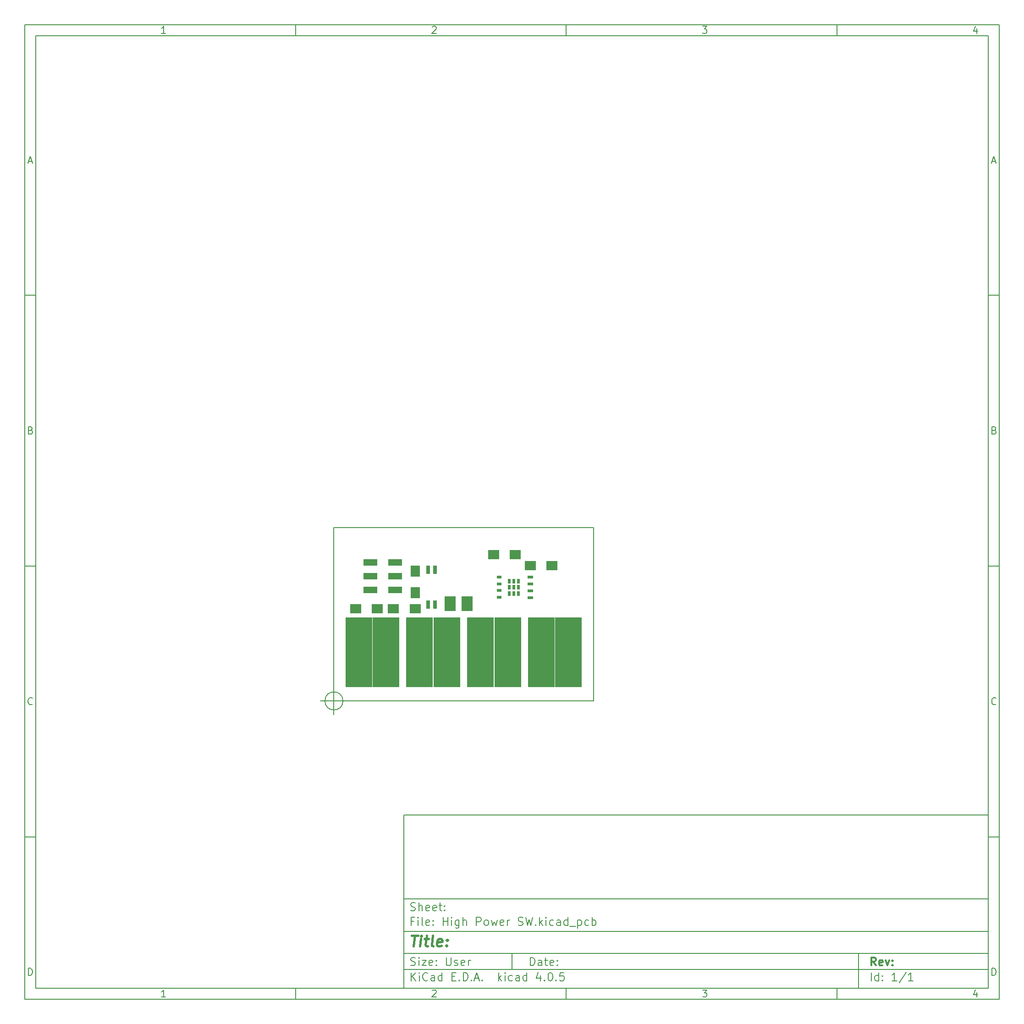
<source format=gbr>
G04 #@! TF.FileFunction,Paste,Top*
%FSLAX46Y46*%
G04 Gerber Fmt 4.6, Leading zero omitted, Abs format (unit mm)*
G04 Created by KiCad (PCBNEW 4.0.5) date 02/14/17 19:24:55*
%MOMM*%
%LPD*%
G01*
G04 APERTURE LIST*
%ADD10C,0.100000*%
%ADD11C,0.150000*%
%ADD12C,0.300000*%
%ADD13C,0.400000*%
%ADD14R,2.000000X1.700000*%
%ADD15R,0.750000X1.500000*%
%ADD16R,2.540000X1.270000*%
%ADD17R,1.700000X2.000000*%
%ADD18R,2.000000X2.700000*%
%ADD19R,0.600000X0.900000*%
%ADD20R,0.900000X0.600000*%
%ADD21R,1.050000X0.600000*%
%ADD22R,5.000000X5.000000*%
%ADD23R,5.000000X4.000000*%
G04 APERTURE END LIST*
D10*
D11*
X79999600Y-155999600D02*
X79999600Y-187999600D01*
X187999600Y-187999600D01*
X187999600Y-155999600D01*
X79999600Y-155999600D01*
D10*
D11*
X10000000Y-10000000D02*
X10000000Y-189999600D01*
X189999600Y-189999600D01*
X189999600Y-10000000D01*
X10000000Y-10000000D01*
D10*
D11*
X12000000Y-12000000D02*
X12000000Y-187999600D01*
X187999600Y-187999600D01*
X187999600Y-12000000D01*
X12000000Y-12000000D01*
D10*
D11*
X60000000Y-12000000D02*
X60000000Y-10000000D01*
D10*
D11*
X110000000Y-12000000D02*
X110000000Y-10000000D01*
D10*
D11*
X160000000Y-12000000D02*
X160000000Y-10000000D01*
D10*
D11*
X35990476Y-11588095D02*
X35247619Y-11588095D01*
X35619048Y-11588095D02*
X35619048Y-10288095D01*
X35495238Y-10473810D01*
X35371429Y-10597619D01*
X35247619Y-10659524D01*
D10*
D11*
X85247619Y-10411905D02*
X85309524Y-10350000D01*
X85433333Y-10288095D01*
X85742857Y-10288095D01*
X85866667Y-10350000D01*
X85928571Y-10411905D01*
X85990476Y-10535714D01*
X85990476Y-10659524D01*
X85928571Y-10845238D01*
X85185714Y-11588095D01*
X85990476Y-11588095D01*
D10*
D11*
X135185714Y-10288095D02*
X135990476Y-10288095D01*
X135557143Y-10783333D01*
X135742857Y-10783333D01*
X135866667Y-10845238D01*
X135928571Y-10907143D01*
X135990476Y-11030952D01*
X135990476Y-11340476D01*
X135928571Y-11464286D01*
X135866667Y-11526190D01*
X135742857Y-11588095D01*
X135371429Y-11588095D01*
X135247619Y-11526190D01*
X135185714Y-11464286D01*
D10*
D11*
X185866667Y-10721429D02*
X185866667Y-11588095D01*
X185557143Y-10226190D02*
X185247619Y-11154762D01*
X186052381Y-11154762D01*
D10*
D11*
X60000000Y-187999600D02*
X60000000Y-189999600D01*
D10*
D11*
X110000000Y-187999600D02*
X110000000Y-189999600D01*
D10*
D11*
X160000000Y-187999600D02*
X160000000Y-189999600D01*
D10*
D11*
X35990476Y-189587695D02*
X35247619Y-189587695D01*
X35619048Y-189587695D02*
X35619048Y-188287695D01*
X35495238Y-188473410D01*
X35371429Y-188597219D01*
X35247619Y-188659124D01*
D10*
D11*
X85247619Y-188411505D02*
X85309524Y-188349600D01*
X85433333Y-188287695D01*
X85742857Y-188287695D01*
X85866667Y-188349600D01*
X85928571Y-188411505D01*
X85990476Y-188535314D01*
X85990476Y-188659124D01*
X85928571Y-188844838D01*
X85185714Y-189587695D01*
X85990476Y-189587695D01*
D10*
D11*
X135185714Y-188287695D02*
X135990476Y-188287695D01*
X135557143Y-188782933D01*
X135742857Y-188782933D01*
X135866667Y-188844838D01*
X135928571Y-188906743D01*
X135990476Y-189030552D01*
X135990476Y-189340076D01*
X135928571Y-189463886D01*
X135866667Y-189525790D01*
X135742857Y-189587695D01*
X135371429Y-189587695D01*
X135247619Y-189525790D01*
X135185714Y-189463886D01*
D10*
D11*
X185866667Y-188721029D02*
X185866667Y-189587695D01*
X185557143Y-188225790D02*
X185247619Y-189154362D01*
X186052381Y-189154362D01*
D10*
D11*
X10000000Y-60000000D02*
X12000000Y-60000000D01*
D10*
D11*
X10000000Y-110000000D02*
X12000000Y-110000000D01*
D10*
D11*
X10000000Y-160000000D02*
X12000000Y-160000000D01*
D10*
D11*
X10690476Y-35216667D02*
X11309524Y-35216667D01*
X10566667Y-35588095D02*
X11000000Y-34288095D01*
X11433333Y-35588095D01*
D10*
D11*
X11092857Y-84907143D02*
X11278571Y-84969048D01*
X11340476Y-85030952D01*
X11402381Y-85154762D01*
X11402381Y-85340476D01*
X11340476Y-85464286D01*
X11278571Y-85526190D01*
X11154762Y-85588095D01*
X10659524Y-85588095D01*
X10659524Y-84288095D01*
X11092857Y-84288095D01*
X11216667Y-84350000D01*
X11278571Y-84411905D01*
X11340476Y-84535714D01*
X11340476Y-84659524D01*
X11278571Y-84783333D01*
X11216667Y-84845238D01*
X11092857Y-84907143D01*
X10659524Y-84907143D01*
D10*
D11*
X11402381Y-135464286D02*
X11340476Y-135526190D01*
X11154762Y-135588095D01*
X11030952Y-135588095D01*
X10845238Y-135526190D01*
X10721429Y-135402381D01*
X10659524Y-135278571D01*
X10597619Y-135030952D01*
X10597619Y-134845238D01*
X10659524Y-134597619D01*
X10721429Y-134473810D01*
X10845238Y-134350000D01*
X11030952Y-134288095D01*
X11154762Y-134288095D01*
X11340476Y-134350000D01*
X11402381Y-134411905D01*
D10*
D11*
X10659524Y-185588095D02*
X10659524Y-184288095D01*
X10969048Y-184288095D01*
X11154762Y-184350000D01*
X11278571Y-184473810D01*
X11340476Y-184597619D01*
X11402381Y-184845238D01*
X11402381Y-185030952D01*
X11340476Y-185278571D01*
X11278571Y-185402381D01*
X11154762Y-185526190D01*
X10969048Y-185588095D01*
X10659524Y-185588095D01*
D10*
D11*
X189999600Y-60000000D02*
X187999600Y-60000000D01*
D10*
D11*
X189999600Y-110000000D02*
X187999600Y-110000000D01*
D10*
D11*
X189999600Y-160000000D02*
X187999600Y-160000000D01*
D10*
D11*
X188690076Y-35216667D02*
X189309124Y-35216667D01*
X188566267Y-35588095D02*
X188999600Y-34288095D01*
X189432933Y-35588095D01*
D10*
D11*
X189092457Y-84907143D02*
X189278171Y-84969048D01*
X189340076Y-85030952D01*
X189401981Y-85154762D01*
X189401981Y-85340476D01*
X189340076Y-85464286D01*
X189278171Y-85526190D01*
X189154362Y-85588095D01*
X188659124Y-85588095D01*
X188659124Y-84288095D01*
X189092457Y-84288095D01*
X189216267Y-84350000D01*
X189278171Y-84411905D01*
X189340076Y-84535714D01*
X189340076Y-84659524D01*
X189278171Y-84783333D01*
X189216267Y-84845238D01*
X189092457Y-84907143D01*
X188659124Y-84907143D01*
D10*
D11*
X189401981Y-135464286D02*
X189340076Y-135526190D01*
X189154362Y-135588095D01*
X189030552Y-135588095D01*
X188844838Y-135526190D01*
X188721029Y-135402381D01*
X188659124Y-135278571D01*
X188597219Y-135030952D01*
X188597219Y-134845238D01*
X188659124Y-134597619D01*
X188721029Y-134473810D01*
X188844838Y-134350000D01*
X189030552Y-134288095D01*
X189154362Y-134288095D01*
X189340076Y-134350000D01*
X189401981Y-134411905D01*
D10*
D11*
X188659124Y-185588095D02*
X188659124Y-184288095D01*
X188968648Y-184288095D01*
X189154362Y-184350000D01*
X189278171Y-184473810D01*
X189340076Y-184597619D01*
X189401981Y-184845238D01*
X189401981Y-185030952D01*
X189340076Y-185278571D01*
X189278171Y-185402381D01*
X189154362Y-185526190D01*
X188968648Y-185588095D01*
X188659124Y-185588095D01*
D10*
D11*
X103356743Y-183778171D02*
X103356743Y-182278171D01*
X103713886Y-182278171D01*
X103928171Y-182349600D01*
X104071029Y-182492457D01*
X104142457Y-182635314D01*
X104213886Y-182921029D01*
X104213886Y-183135314D01*
X104142457Y-183421029D01*
X104071029Y-183563886D01*
X103928171Y-183706743D01*
X103713886Y-183778171D01*
X103356743Y-183778171D01*
X105499600Y-183778171D02*
X105499600Y-182992457D01*
X105428171Y-182849600D01*
X105285314Y-182778171D01*
X104999600Y-182778171D01*
X104856743Y-182849600D01*
X105499600Y-183706743D02*
X105356743Y-183778171D01*
X104999600Y-183778171D01*
X104856743Y-183706743D01*
X104785314Y-183563886D01*
X104785314Y-183421029D01*
X104856743Y-183278171D01*
X104999600Y-183206743D01*
X105356743Y-183206743D01*
X105499600Y-183135314D01*
X105999600Y-182778171D02*
X106571029Y-182778171D01*
X106213886Y-182278171D02*
X106213886Y-183563886D01*
X106285314Y-183706743D01*
X106428172Y-183778171D01*
X106571029Y-183778171D01*
X107642457Y-183706743D02*
X107499600Y-183778171D01*
X107213886Y-183778171D01*
X107071029Y-183706743D01*
X106999600Y-183563886D01*
X106999600Y-182992457D01*
X107071029Y-182849600D01*
X107213886Y-182778171D01*
X107499600Y-182778171D01*
X107642457Y-182849600D01*
X107713886Y-182992457D01*
X107713886Y-183135314D01*
X106999600Y-183278171D01*
X108356743Y-183635314D02*
X108428171Y-183706743D01*
X108356743Y-183778171D01*
X108285314Y-183706743D01*
X108356743Y-183635314D01*
X108356743Y-183778171D01*
X108356743Y-182849600D02*
X108428171Y-182921029D01*
X108356743Y-182992457D01*
X108285314Y-182921029D01*
X108356743Y-182849600D01*
X108356743Y-182992457D01*
D10*
D11*
X79999600Y-184499600D02*
X187999600Y-184499600D01*
D10*
D11*
X81356743Y-186578171D02*
X81356743Y-185078171D01*
X82213886Y-186578171D02*
X81571029Y-185721029D01*
X82213886Y-185078171D02*
X81356743Y-185935314D01*
X82856743Y-186578171D02*
X82856743Y-185578171D01*
X82856743Y-185078171D02*
X82785314Y-185149600D01*
X82856743Y-185221029D01*
X82928171Y-185149600D01*
X82856743Y-185078171D01*
X82856743Y-185221029D01*
X84428172Y-186435314D02*
X84356743Y-186506743D01*
X84142457Y-186578171D01*
X83999600Y-186578171D01*
X83785315Y-186506743D01*
X83642457Y-186363886D01*
X83571029Y-186221029D01*
X83499600Y-185935314D01*
X83499600Y-185721029D01*
X83571029Y-185435314D01*
X83642457Y-185292457D01*
X83785315Y-185149600D01*
X83999600Y-185078171D01*
X84142457Y-185078171D01*
X84356743Y-185149600D01*
X84428172Y-185221029D01*
X85713886Y-186578171D02*
X85713886Y-185792457D01*
X85642457Y-185649600D01*
X85499600Y-185578171D01*
X85213886Y-185578171D01*
X85071029Y-185649600D01*
X85713886Y-186506743D02*
X85571029Y-186578171D01*
X85213886Y-186578171D01*
X85071029Y-186506743D01*
X84999600Y-186363886D01*
X84999600Y-186221029D01*
X85071029Y-186078171D01*
X85213886Y-186006743D01*
X85571029Y-186006743D01*
X85713886Y-185935314D01*
X87071029Y-186578171D02*
X87071029Y-185078171D01*
X87071029Y-186506743D02*
X86928172Y-186578171D01*
X86642458Y-186578171D01*
X86499600Y-186506743D01*
X86428172Y-186435314D01*
X86356743Y-186292457D01*
X86356743Y-185863886D01*
X86428172Y-185721029D01*
X86499600Y-185649600D01*
X86642458Y-185578171D01*
X86928172Y-185578171D01*
X87071029Y-185649600D01*
X88928172Y-185792457D02*
X89428172Y-185792457D01*
X89642458Y-186578171D02*
X88928172Y-186578171D01*
X88928172Y-185078171D01*
X89642458Y-185078171D01*
X90285315Y-186435314D02*
X90356743Y-186506743D01*
X90285315Y-186578171D01*
X90213886Y-186506743D01*
X90285315Y-186435314D01*
X90285315Y-186578171D01*
X90999601Y-186578171D02*
X90999601Y-185078171D01*
X91356744Y-185078171D01*
X91571029Y-185149600D01*
X91713887Y-185292457D01*
X91785315Y-185435314D01*
X91856744Y-185721029D01*
X91856744Y-185935314D01*
X91785315Y-186221029D01*
X91713887Y-186363886D01*
X91571029Y-186506743D01*
X91356744Y-186578171D01*
X90999601Y-186578171D01*
X92499601Y-186435314D02*
X92571029Y-186506743D01*
X92499601Y-186578171D01*
X92428172Y-186506743D01*
X92499601Y-186435314D01*
X92499601Y-186578171D01*
X93142458Y-186149600D02*
X93856744Y-186149600D01*
X92999601Y-186578171D02*
X93499601Y-185078171D01*
X93999601Y-186578171D01*
X94499601Y-186435314D02*
X94571029Y-186506743D01*
X94499601Y-186578171D01*
X94428172Y-186506743D01*
X94499601Y-186435314D01*
X94499601Y-186578171D01*
X97499601Y-186578171D02*
X97499601Y-185078171D01*
X97642458Y-186006743D02*
X98071029Y-186578171D01*
X98071029Y-185578171D02*
X97499601Y-186149600D01*
X98713887Y-186578171D02*
X98713887Y-185578171D01*
X98713887Y-185078171D02*
X98642458Y-185149600D01*
X98713887Y-185221029D01*
X98785315Y-185149600D01*
X98713887Y-185078171D01*
X98713887Y-185221029D01*
X100071030Y-186506743D02*
X99928173Y-186578171D01*
X99642459Y-186578171D01*
X99499601Y-186506743D01*
X99428173Y-186435314D01*
X99356744Y-186292457D01*
X99356744Y-185863886D01*
X99428173Y-185721029D01*
X99499601Y-185649600D01*
X99642459Y-185578171D01*
X99928173Y-185578171D01*
X100071030Y-185649600D01*
X101356744Y-186578171D02*
X101356744Y-185792457D01*
X101285315Y-185649600D01*
X101142458Y-185578171D01*
X100856744Y-185578171D01*
X100713887Y-185649600D01*
X101356744Y-186506743D02*
X101213887Y-186578171D01*
X100856744Y-186578171D01*
X100713887Y-186506743D01*
X100642458Y-186363886D01*
X100642458Y-186221029D01*
X100713887Y-186078171D01*
X100856744Y-186006743D01*
X101213887Y-186006743D01*
X101356744Y-185935314D01*
X102713887Y-186578171D02*
X102713887Y-185078171D01*
X102713887Y-186506743D02*
X102571030Y-186578171D01*
X102285316Y-186578171D01*
X102142458Y-186506743D01*
X102071030Y-186435314D01*
X101999601Y-186292457D01*
X101999601Y-185863886D01*
X102071030Y-185721029D01*
X102142458Y-185649600D01*
X102285316Y-185578171D01*
X102571030Y-185578171D01*
X102713887Y-185649600D01*
X105213887Y-185578171D02*
X105213887Y-186578171D01*
X104856744Y-185006743D02*
X104499601Y-186078171D01*
X105428173Y-186078171D01*
X105999601Y-186435314D02*
X106071029Y-186506743D01*
X105999601Y-186578171D01*
X105928172Y-186506743D01*
X105999601Y-186435314D01*
X105999601Y-186578171D01*
X106999601Y-185078171D02*
X107142458Y-185078171D01*
X107285315Y-185149600D01*
X107356744Y-185221029D01*
X107428173Y-185363886D01*
X107499601Y-185649600D01*
X107499601Y-186006743D01*
X107428173Y-186292457D01*
X107356744Y-186435314D01*
X107285315Y-186506743D01*
X107142458Y-186578171D01*
X106999601Y-186578171D01*
X106856744Y-186506743D01*
X106785315Y-186435314D01*
X106713887Y-186292457D01*
X106642458Y-186006743D01*
X106642458Y-185649600D01*
X106713887Y-185363886D01*
X106785315Y-185221029D01*
X106856744Y-185149600D01*
X106999601Y-185078171D01*
X108142458Y-186435314D02*
X108213886Y-186506743D01*
X108142458Y-186578171D01*
X108071029Y-186506743D01*
X108142458Y-186435314D01*
X108142458Y-186578171D01*
X109571030Y-185078171D02*
X108856744Y-185078171D01*
X108785315Y-185792457D01*
X108856744Y-185721029D01*
X108999601Y-185649600D01*
X109356744Y-185649600D01*
X109499601Y-185721029D01*
X109571030Y-185792457D01*
X109642458Y-185935314D01*
X109642458Y-186292457D01*
X109571030Y-186435314D01*
X109499601Y-186506743D01*
X109356744Y-186578171D01*
X108999601Y-186578171D01*
X108856744Y-186506743D01*
X108785315Y-186435314D01*
D10*
D11*
X79999600Y-181499600D02*
X187999600Y-181499600D01*
D10*
D12*
X167213886Y-183778171D02*
X166713886Y-183063886D01*
X166356743Y-183778171D02*
X166356743Y-182278171D01*
X166928171Y-182278171D01*
X167071029Y-182349600D01*
X167142457Y-182421029D01*
X167213886Y-182563886D01*
X167213886Y-182778171D01*
X167142457Y-182921029D01*
X167071029Y-182992457D01*
X166928171Y-183063886D01*
X166356743Y-183063886D01*
X168428171Y-183706743D02*
X168285314Y-183778171D01*
X167999600Y-183778171D01*
X167856743Y-183706743D01*
X167785314Y-183563886D01*
X167785314Y-182992457D01*
X167856743Y-182849600D01*
X167999600Y-182778171D01*
X168285314Y-182778171D01*
X168428171Y-182849600D01*
X168499600Y-182992457D01*
X168499600Y-183135314D01*
X167785314Y-183278171D01*
X168999600Y-182778171D02*
X169356743Y-183778171D01*
X169713885Y-182778171D01*
X170285314Y-183635314D02*
X170356742Y-183706743D01*
X170285314Y-183778171D01*
X170213885Y-183706743D01*
X170285314Y-183635314D01*
X170285314Y-183778171D01*
X170285314Y-182849600D02*
X170356742Y-182921029D01*
X170285314Y-182992457D01*
X170213885Y-182921029D01*
X170285314Y-182849600D01*
X170285314Y-182992457D01*
D10*
D11*
X81285314Y-183706743D02*
X81499600Y-183778171D01*
X81856743Y-183778171D01*
X81999600Y-183706743D01*
X82071029Y-183635314D01*
X82142457Y-183492457D01*
X82142457Y-183349600D01*
X82071029Y-183206743D01*
X81999600Y-183135314D01*
X81856743Y-183063886D01*
X81571029Y-182992457D01*
X81428171Y-182921029D01*
X81356743Y-182849600D01*
X81285314Y-182706743D01*
X81285314Y-182563886D01*
X81356743Y-182421029D01*
X81428171Y-182349600D01*
X81571029Y-182278171D01*
X81928171Y-182278171D01*
X82142457Y-182349600D01*
X82785314Y-183778171D02*
X82785314Y-182778171D01*
X82785314Y-182278171D02*
X82713885Y-182349600D01*
X82785314Y-182421029D01*
X82856742Y-182349600D01*
X82785314Y-182278171D01*
X82785314Y-182421029D01*
X83356743Y-182778171D02*
X84142457Y-182778171D01*
X83356743Y-183778171D01*
X84142457Y-183778171D01*
X85285314Y-183706743D02*
X85142457Y-183778171D01*
X84856743Y-183778171D01*
X84713886Y-183706743D01*
X84642457Y-183563886D01*
X84642457Y-182992457D01*
X84713886Y-182849600D01*
X84856743Y-182778171D01*
X85142457Y-182778171D01*
X85285314Y-182849600D01*
X85356743Y-182992457D01*
X85356743Y-183135314D01*
X84642457Y-183278171D01*
X85999600Y-183635314D02*
X86071028Y-183706743D01*
X85999600Y-183778171D01*
X85928171Y-183706743D01*
X85999600Y-183635314D01*
X85999600Y-183778171D01*
X85999600Y-182849600D02*
X86071028Y-182921029D01*
X85999600Y-182992457D01*
X85928171Y-182921029D01*
X85999600Y-182849600D01*
X85999600Y-182992457D01*
X87856743Y-182278171D02*
X87856743Y-183492457D01*
X87928171Y-183635314D01*
X87999600Y-183706743D01*
X88142457Y-183778171D01*
X88428171Y-183778171D01*
X88571029Y-183706743D01*
X88642457Y-183635314D01*
X88713886Y-183492457D01*
X88713886Y-182278171D01*
X89356743Y-183706743D02*
X89499600Y-183778171D01*
X89785315Y-183778171D01*
X89928172Y-183706743D01*
X89999600Y-183563886D01*
X89999600Y-183492457D01*
X89928172Y-183349600D01*
X89785315Y-183278171D01*
X89571029Y-183278171D01*
X89428172Y-183206743D01*
X89356743Y-183063886D01*
X89356743Y-182992457D01*
X89428172Y-182849600D01*
X89571029Y-182778171D01*
X89785315Y-182778171D01*
X89928172Y-182849600D01*
X91213886Y-183706743D02*
X91071029Y-183778171D01*
X90785315Y-183778171D01*
X90642458Y-183706743D01*
X90571029Y-183563886D01*
X90571029Y-182992457D01*
X90642458Y-182849600D01*
X90785315Y-182778171D01*
X91071029Y-182778171D01*
X91213886Y-182849600D01*
X91285315Y-182992457D01*
X91285315Y-183135314D01*
X90571029Y-183278171D01*
X91928172Y-183778171D02*
X91928172Y-182778171D01*
X91928172Y-183063886D02*
X91999600Y-182921029D01*
X92071029Y-182849600D01*
X92213886Y-182778171D01*
X92356743Y-182778171D01*
D10*
D11*
X166356743Y-186578171D02*
X166356743Y-185078171D01*
X167713886Y-186578171D02*
X167713886Y-185078171D01*
X167713886Y-186506743D02*
X167571029Y-186578171D01*
X167285315Y-186578171D01*
X167142457Y-186506743D01*
X167071029Y-186435314D01*
X166999600Y-186292457D01*
X166999600Y-185863886D01*
X167071029Y-185721029D01*
X167142457Y-185649600D01*
X167285315Y-185578171D01*
X167571029Y-185578171D01*
X167713886Y-185649600D01*
X168428172Y-186435314D02*
X168499600Y-186506743D01*
X168428172Y-186578171D01*
X168356743Y-186506743D01*
X168428172Y-186435314D01*
X168428172Y-186578171D01*
X168428172Y-185649600D02*
X168499600Y-185721029D01*
X168428172Y-185792457D01*
X168356743Y-185721029D01*
X168428172Y-185649600D01*
X168428172Y-185792457D01*
X171071029Y-186578171D02*
X170213886Y-186578171D01*
X170642458Y-186578171D02*
X170642458Y-185078171D01*
X170499601Y-185292457D01*
X170356743Y-185435314D01*
X170213886Y-185506743D01*
X172785314Y-185006743D02*
X171499600Y-186935314D01*
X174071029Y-186578171D02*
X173213886Y-186578171D01*
X173642458Y-186578171D02*
X173642458Y-185078171D01*
X173499601Y-185292457D01*
X173356743Y-185435314D01*
X173213886Y-185506743D01*
D10*
D11*
X79999600Y-177499600D02*
X187999600Y-177499600D01*
D10*
D13*
X81451981Y-178204362D02*
X82594838Y-178204362D01*
X81773410Y-180204362D02*
X82023410Y-178204362D01*
X83011505Y-180204362D02*
X83178171Y-178871029D01*
X83261505Y-178204362D02*
X83154362Y-178299600D01*
X83237695Y-178394838D01*
X83344839Y-178299600D01*
X83261505Y-178204362D01*
X83237695Y-178394838D01*
X83844838Y-178871029D02*
X84606743Y-178871029D01*
X84213886Y-178204362D02*
X83999600Y-179918648D01*
X84071030Y-180109124D01*
X84249601Y-180204362D01*
X84440077Y-180204362D01*
X85392458Y-180204362D02*
X85213887Y-180109124D01*
X85142457Y-179918648D01*
X85356743Y-178204362D01*
X86928172Y-180109124D02*
X86725791Y-180204362D01*
X86344839Y-180204362D01*
X86166267Y-180109124D01*
X86094838Y-179918648D01*
X86190076Y-179156743D01*
X86309124Y-178966267D01*
X86511505Y-178871029D01*
X86892457Y-178871029D01*
X87071029Y-178966267D01*
X87142457Y-179156743D01*
X87118648Y-179347219D01*
X86142457Y-179537695D01*
X87892457Y-180013886D02*
X87975792Y-180109124D01*
X87868648Y-180204362D01*
X87785315Y-180109124D01*
X87892457Y-180013886D01*
X87868648Y-180204362D01*
X88023410Y-178966267D02*
X88106744Y-179061505D01*
X87999600Y-179156743D01*
X87916267Y-179061505D01*
X88023410Y-178966267D01*
X87999600Y-179156743D01*
D10*
D11*
X81856743Y-175592457D02*
X81356743Y-175592457D01*
X81356743Y-176378171D02*
X81356743Y-174878171D01*
X82071029Y-174878171D01*
X82642457Y-176378171D02*
X82642457Y-175378171D01*
X82642457Y-174878171D02*
X82571028Y-174949600D01*
X82642457Y-175021029D01*
X82713885Y-174949600D01*
X82642457Y-174878171D01*
X82642457Y-175021029D01*
X83571029Y-176378171D02*
X83428171Y-176306743D01*
X83356743Y-176163886D01*
X83356743Y-174878171D01*
X84713885Y-176306743D02*
X84571028Y-176378171D01*
X84285314Y-176378171D01*
X84142457Y-176306743D01*
X84071028Y-176163886D01*
X84071028Y-175592457D01*
X84142457Y-175449600D01*
X84285314Y-175378171D01*
X84571028Y-175378171D01*
X84713885Y-175449600D01*
X84785314Y-175592457D01*
X84785314Y-175735314D01*
X84071028Y-175878171D01*
X85428171Y-176235314D02*
X85499599Y-176306743D01*
X85428171Y-176378171D01*
X85356742Y-176306743D01*
X85428171Y-176235314D01*
X85428171Y-176378171D01*
X85428171Y-175449600D02*
X85499599Y-175521029D01*
X85428171Y-175592457D01*
X85356742Y-175521029D01*
X85428171Y-175449600D01*
X85428171Y-175592457D01*
X87285314Y-176378171D02*
X87285314Y-174878171D01*
X87285314Y-175592457D02*
X88142457Y-175592457D01*
X88142457Y-176378171D02*
X88142457Y-174878171D01*
X88856743Y-176378171D02*
X88856743Y-175378171D01*
X88856743Y-174878171D02*
X88785314Y-174949600D01*
X88856743Y-175021029D01*
X88928171Y-174949600D01*
X88856743Y-174878171D01*
X88856743Y-175021029D01*
X90213886Y-175378171D02*
X90213886Y-176592457D01*
X90142457Y-176735314D01*
X90071029Y-176806743D01*
X89928172Y-176878171D01*
X89713886Y-176878171D01*
X89571029Y-176806743D01*
X90213886Y-176306743D02*
X90071029Y-176378171D01*
X89785315Y-176378171D01*
X89642457Y-176306743D01*
X89571029Y-176235314D01*
X89499600Y-176092457D01*
X89499600Y-175663886D01*
X89571029Y-175521029D01*
X89642457Y-175449600D01*
X89785315Y-175378171D01*
X90071029Y-175378171D01*
X90213886Y-175449600D01*
X90928172Y-176378171D02*
X90928172Y-174878171D01*
X91571029Y-176378171D02*
X91571029Y-175592457D01*
X91499600Y-175449600D01*
X91356743Y-175378171D01*
X91142458Y-175378171D01*
X90999600Y-175449600D01*
X90928172Y-175521029D01*
X93428172Y-176378171D02*
X93428172Y-174878171D01*
X93999600Y-174878171D01*
X94142458Y-174949600D01*
X94213886Y-175021029D01*
X94285315Y-175163886D01*
X94285315Y-175378171D01*
X94213886Y-175521029D01*
X94142458Y-175592457D01*
X93999600Y-175663886D01*
X93428172Y-175663886D01*
X95142458Y-176378171D02*
X94999600Y-176306743D01*
X94928172Y-176235314D01*
X94856743Y-176092457D01*
X94856743Y-175663886D01*
X94928172Y-175521029D01*
X94999600Y-175449600D01*
X95142458Y-175378171D01*
X95356743Y-175378171D01*
X95499600Y-175449600D01*
X95571029Y-175521029D01*
X95642458Y-175663886D01*
X95642458Y-176092457D01*
X95571029Y-176235314D01*
X95499600Y-176306743D01*
X95356743Y-176378171D01*
X95142458Y-176378171D01*
X96142458Y-175378171D02*
X96428172Y-176378171D01*
X96713886Y-175663886D01*
X96999601Y-176378171D01*
X97285315Y-175378171D01*
X98428172Y-176306743D02*
X98285315Y-176378171D01*
X97999601Y-176378171D01*
X97856744Y-176306743D01*
X97785315Y-176163886D01*
X97785315Y-175592457D01*
X97856744Y-175449600D01*
X97999601Y-175378171D01*
X98285315Y-175378171D01*
X98428172Y-175449600D01*
X98499601Y-175592457D01*
X98499601Y-175735314D01*
X97785315Y-175878171D01*
X99142458Y-176378171D02*
X99142458Y-175378171D01*
X99142458Y-175663886D02*
X99213886Y-175521029D01*
X99285315Y-175449600D01*
X99428172Y-175378171D01*
X99571029Y-175378171D01*
X101142457Y-176306743D02*
X101356743Y-176378171D01*
X101713886Y-176378171D01*
X101856743Y-176306743D01*
X101928172Y-176235314D01*
X101999600Y-176092457D01*
X101999600Y-175949600D01*
X101928172Y-175806743D01*
X101856743Y-175735314D01*
X101713886Y-175663886D01*
X101428172Y-175592457D01*
X101285314Y-175521029D01*
X101213886Y-175449600D01*
X101142457Y-175306743D01*
X101142457Y-175163886D01*
X101213886Y-175021029D01*
X101285314Y-174949600D01*
X101428172Y-174878171D01*
X101785314Y-174878171D01*
X101999600Y-174949600D01*
X102499600Y-174878171D02*
X102856743Y-176378171D01*
X103142457Y-175306743D01*
X103428171Y-176378171D01*
X103785314Y-174878171D01*
X104356743Y-176235314D02*
X104428171Y-176306743D01*
X104356743Y-176378171D01*
X104285314Y-176306743D01*
X104356743Y-176235314D01*
X104356743Y-176378171D01*
X105071029Y-176378171D02*
X105071029Y-174878171D01*
X105213886Y-175806743D02*
X105642457Y-176378171D01*
X105642457Y-175378171D02*
X105071029Y-175949600D01*
X106285315Y-176378171D02*
X106285315Y-175378171D01*
X106285315Y-174878171D02*
X106213886Y-174949600D01*
X106285315Y-175021029D01*
X106356743Y-174949600D01*
X106285315Y-174878171D01*
X106285315Y-175021029D01*
X107642458Y-176306743D02*
X107499601Y-176378171D01*
X107213887Y-176378171D01*
X107071029Y-176306743D01*
X106999601Y-176235314D01*
X106928172Y-176092457D01*
X106928172Y-175663886D01*
X106999601Y-175521029D01*
X107071029Y-175449600D01*
X107213887Y-175378171D01*
X107499601Y-175378171D01*
X107642458Y-175449600D01*
X108928172Y-176378171D02*
X108928172Y-175592457D01*
X108856743Y-175449600D01*
X108713886Y-175378171D01*
X108428172Y-175378171D01*
X108285315Y-175449600D01*
X108928172Y-176306743D02*
X108785315Y-176378171D01*
X108428172Y-176378171D01*
X108285315Y-176306743D01*
X108213886Y-176163886D01*
X108213886Y-176021029D01*
X108285315Y-175878171D01*
X108428172Y-175806743D01*
X108785315Y-175806743D01*
X108928172Y-175735314D01*
X110285315Y-176378171D02*
X110285315Y-174878171D01*
X110285315Y-176306743D02*
X110142458Y-176378171D01*
X109856744Y-176378171D01*
X109713886Y-176306743D01*
X109642458Y-176235314D01*
X109571029Y-176092457D01*
X109571029Y-175663886D01*
X109642458Y-175521029D01*
X109713886Y-175449600D01*
X109856744Y-175378171D01*
X110142458Y-175378171D01*
X110285315Y-175449600D01*
X110642458Y-176521029D02*
X111785315Y-176521029D01*
X112142458Y-175378171D02*
X112142458Y-176878171D01*
X112142458Y-175449600D02*
X112285315Y-175378171D01*
X112571029Y-175378171D01*
X112713886Y-175449600D01*
X112785315Y-175521029D01*
X112856744Y-175663886D01*
X112856744Y-176092457D01*
X112785315Y-176235314D01*
X112713886Y-176306743D01*
X112571029Y-176378171D01*
X112285315Y-176378171D01*
X112142458Y-176306743D01*
X114142458Y-176306743D02*
X113999601Y-176378171D01*
X113713887Y-176378171D01*
X113571029Y-176306743D01*
X113499601Y-176235314D01*
X113428172Y-176092457D01*
X113428172Y-175663886D01*
X113499601Y-175521029D01*
X113571029Y-175449600D01*
X113713887Y-175378171D01*
X113999601Y-175378171D01*
X114142458Y-175449600D01*
X114785315Y-176378171D02*
X114785315Y-174878171D01*
X114785315Y-175449600D02*
X114928172Y-175378171D01*
X115213886Y-175378171D01*
X115356743Y-175449600D01*
X115428172Y-175521029D01*
X115499601Y-175663886D01*
X115499601Y-176092457D01*
X115428172Y-176235314D01*
X115356743Y-176306743D01*
X115213886Y-176378171D01*
X114928172Y-176378171D01*
X114785315Y-176306743D01*
D10*
D11*
X79999600Y-171499600D02*
X187999600Y-171499600D01*
D10*
D11*
X81285314Y-173606743D02*
X81499600Y-173678171D01*
X81856743Y-173678171D01*
X81999600Y-173606743D01*
X82071029Y-173535314D01*
X82142457Y-173392457D01*
X82142457Y-173249600D01*
X82071029Y-173106743D01*
X81999600Y-173035314D01*
X81856743Y-172963886D01*
X81571029Y-172892457D01*
X81428171Y-172821029D01*
X81356743Y-172749600D01*
X81285314Y-172606743D01*
X81285314Y-172463886D01*
X81356743Y-172321029D01*
X81428171Y-172249600D01*
X81571029Y-172178171D01*
X81928171Y-172178171D01*
X82142457Y-172249600D01*
X82785314Y-173678171D02*
X82785314Y-172178171D01*
X83428171Y-173678171D02*
X83428171Y-172892457D01*
X83356742Y-172749600D01*
X83213885Y-172678171D01*
X82999600Y-172678171D01*
X82856742Y-172749600D01*
X82785314Y-172821029D01*
X84713885Y-173606743D02*
X84571028Y-173678171D01*
X84285314Y-173678171D01*
X84142457Y-173606743D01*
X84071028Y-173463886D01*
X84071028Y-172892457D01*
X84142457Y-172749600D01*
X84285314Y-172678171D01*
X84571028Y-172678171D01*
X84713885Y-172749600D01*
X84785314Y-172892457D01*
X84785314Y-173035314D01*
X84071028Y-173178171D01*
X85999599Y-173606743D02*
X85856742Y-173678171D01*
X85571028Y-173678171D01*
X85428171Y-173606743D01*
X85356742Y-173463886D01*
X85356742Y-172892457D01*
X85428171Y-172749600D01*
X85571028Y-172678171D01*
X85856742Y-172678171D01*
X85999599Y-172749600D01*
X86071028Y-172892457D01*
X86071028Y-173035314D01*
X85356742Y-173178171D01*
X86499599Y-172678171D02*
X87071028Y-172678171D01*
X86713885Y-172178171D02*
X86713885Y-173463886D01*
X86785313Y-173606743D01*
X86928171Y-173678171D01*
X87071028Y-173678171D01*
X87571028Y-173535314D02*
X87642456Y-173606743D01*
X87571028Y-173678171D01*
X87499599Y-173606743D01*
X87571028Y-173535314D01*
X87571028Y-173678171D01*
X87571028Y-172749600D02*
X87642456Y-172821029D01*
X87571028Y-172892457D01*
X87499599Y-172821029D01*
X87571028Y-172749600D01*
X87571028Y-172892457D01*
D10*
D11*
X99999600Y-181499600D02*
X99999600Y-184499600D01*
D10*
D11*
X163999600Y-181499600D02*
X163999600Y-187999600D01*
X67100000Y-102900000D02*
X67100000Y-134900000D01*
X115100000Y-102900000D02*
X67100000Y-102900000D01*
X115100000Y-134900000D02*
X115100000Y-102900000D01*
X68766666Y-134900000D02*
G75*
G03X68766666Y-134900000I-1666666J0D01*
G01*
X64600000Y-134900000D02*
X69600000Y-134900000D01*
X67100000Y-132400000D02*
X67100000Y-137400000D01*
X115100000Y-134900000D02*
X67100000Y-134900000D01*
X68766666Y-134900000D02*
G75*
G03X68766666Y-134900000I-1666666J0D01*
G01*
X64600000Y-134900000D02*
X69600000Y-134900000D01*
X67100000Y-132400000D02*
X67100000Y-137400000D01*
D14*
X78100000Y-117900000D03*
X82100000Y-117900000D03*
X96600000Y-107900000D03*
X100600000Y-107900000D03*
X103350000Y-109900000D03*
X107350000Y-109900000D03*
X75100000Y-117900000D03*
X71100000Y-117900000D03*
D15*
X85770000Y-110650000D03*
X84500000Y-110650000D03*
X84500000Y-117150000D03*
X85770000Y-117150000D03*
D16*
X73830000Y-114440000D03*
X78370000Y-114440000D03*
X78370000Y-111900000D03*
X73830000Y-111900000D03*
X73830000Y-109360000D03*
X78370000Y-109360000D03*
D17*
X82100000Y-110900000D03*
X82100000Y-114900000D03*
D18*
X91700000Y-116900000D03*
X88600000Y-116900000D03*
D19*
X100360000Y-115050000D03*
X101210000Y-115050000D03*
X99510000Y-115050000D03*
X100360000Y-112750000D03*
X101210000Y-112750000D03*
X99510000Y-112750000D03*
X99510000Y-113900000D03*
X101210000Y-113900000D03*
D20*
X97660000Y-115780000D03*
X97660000Y-112020000D03*
X97660000Y-114500000D03*
D21*
X103390000Y-114540000D03*
X103390000Y-115810000D03*
X103390000Y-113260000D03*
X103390000Y-111990000D03*
D20*
X97660000Y-113300000D03*
D19*
X100360000Y-113900000D03*
D22*
X71680000Y-129900000D03*
X76690000Y-129900000D03*
D23*
X71680000Y-125900000D03*
X76690000Y-125900000D03*
D22*
X71680000Y-121900000D03*
X76690000Y-121900000D03*
X94180000Y-129900000D03*
X99190000Y-129900000D03*
D23*
X94180000Y-125900000D03*
X99190000Y-125900000D03*
D22*
X94180000Y-121900000D03*
X99190000Y-121900000D03*
X82930000Y-129900000D03*
X87940000Y-129900000D03*
D23*
X82930000Y-125900000D03*
X87940000Y-125900000D03*
D22*
X82930000Y-121900000D03*
X87940000Y-121900000D03*
X105430000Y-129900000D03*
X110440000Y-129900000D03*
D23*
X105430000Y-125900000D03*
X110440000Y-125900000D03*
D22*
X105430000Y-121900000D03*
X110440000Y-121900000D03*
M02*

</source>
